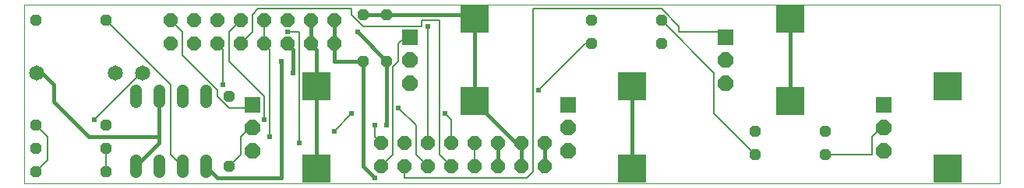
<source format=gtl>
G75*
%MOIN*%
%OFA0B0*%
%FSLAX24Y24*%
%IPPOS*%
%LPD*%
%AMOC8*
5,1,8,0,0,1.08239X$1,22.5*
%
%ADD10C,0.0000*%
%ADD11C,0.0650*%
%ADD12OC8,0.0600*%
%ADD13OC8,0.0480*%
%ADD14C,0.0500*%
%ADD15R,0.0660X0.0660*%
%ADD16OC8,0.0660*%
%ADD17R,0.1227X0.1227*%
%ADD18C,0.0160*%
%ADD19C,0.0240*%
%ADD20C,0.0080*%
D10*
X000100Y000668D02*
X000100Y008345D01*
X041832Y008345D01*
X041832Y000668D01*
X000100Y000668D01*
D11*
X000631Y005418D03*
X003978Y005418D03*
X005159Y005418D03*
D12*
X006350Y006668D03*
X007350Y006668D03*
X008350Y006668D03*
X009350Y006668D03*
X010350Y006668D03*
X011350Y006668D03*
X012350Y006668D03*
X013350Y006668D03*
X013350Y007668D03*
X012350Y007668D03*
X011350Y007668D03*
X010350Y007668D03*
X009350Y007668D03*
X008350Y007668D03*
X007350Y007668D03*
X006350Y007668D03*
X015350Y002418D03*
X016350Y002418D03*
X017350Y002418D03*
X018350Y002418D03*
X019350Y002418D03*
X020350Y002418D03*
X021350Y002418D03*
X022350Y002418D03*
X022350Y001418D03*
X021350Y001418D03*
X020350Y001418D03*
X019350Y001418D03*
X018350Y001418D03*
X017350Y001418D03*
X016350Y001418D03*
X015350Y001418D03*
D13*
X008850Y001418D03*
X003600Y001168D03*
X000600Y001168D03*
X000600Y002168D03*
X003600Y002168D03*
X003600Y003168D03*
X000600Y003168D03*
X008850Y004418D03*
X014600Y005918D03*
X015600Y005918D03*
X024350Y006668D03*
X027350Y006668D03*
X027350Y007668D03*
X024350Y007668D03*
X015600Y007918D03*
X014600Y007918D03*
X003600Y007668D03*
X000600Y007668D03*
X031350Y002918D03*
X034350Y002918D03*
X034350Y001918D03*
X031350Y001918D03*
D14*
X007850Y001668D02*
X007850Y001168D01*
X006850Y001168D02*
X006850Y001668D01*
X005850Y001668D02*
X005850Y001168D01*
X004850Y001168D02*
X004850Y001668D01*
X004850Y004168D02*
X004850Y004668D01*
X005850Y004668D02*
X005850Y004168D01*
X006850Y004168D02*
X006850Y004668D01*
X007850Y004668D02*
X007850Y004168D01*
D15*
X009844Y004052D03*
X016594Y006952D03*
X023344Y004052D03*
X030094Y006952D03*
X036844Y004052D03*
D16*
X036844Y003068D03*
X036844Y002083D03*
X030094Y004983D03*
X030094Y005968D03*
X023344Y003068D03*
X023344Y002083D03*
X016594Y004983D03*
X016594Y005968D03*
X009844Y003068D03*
X009844Y002083D03*
D17*
X012600Y001296D03*
X019350Y004196D03*
X012600Y004839D03*
X019350Y007739D03*
X026100Y004839D03*
X032850Y004196D03*
X039600Y004839D03*
X032850Y007739D03*
X026100Y001296D03*
X039600Y001296D03*
D18*
X032850Y004196D02*
X032850Y007739D01*
X026100Y004839D02*
X026100Y001296D01*
X022350Y001418D02*
X022350Y002418D01*
X021350Y002418D02*
X021350Y002168D01*
X019350Y004168D01*
X019350Y004196D01*
X019350Y007739D01*
X019350Y007918D01*
X015600Y007918D01*
X014600Y007918D01*
X013350Y007668D02*
X013350Y006668D01*
X013350Y005918D01*
X014600Y005918D01*
X014600Y001418D01*
X015100Y000918D01*
X012600Y001296D02*
X012600Y004839D01*
X012600Y006418D01*
X012350Y006668D01*
X012350Y007668D01*
X014350Y007168D02*
X015600Y005918D01*
X015600Y003168D01*
X020350Y002418D02*
X020350Y001418D01*
X021350Y001418D02*
X021350Y002168D01*
X011100Y000918D02*
X011100Y005918D01*
X011600Y006418D02*
X011600Y005418D01*
X011600Y006418D02*
X011350Y006668D01*
X001350Y004918D02*
X001350Y004168D01*
X002850Y002668D01*
X005850Y002668D01*
X005850Y002418D01*
X004850Y001418D01*
X007850Y001418D02*
X008350Y000918D01*
X011100Y000918D01*
X005850Y002668D02*
X005850Y004418D01*
X001350Y004918D02*
X000850Y005418D01*
X000631Y005418D01*
D19*
X008600Y004918D03*
X011600Y005418D03*
X011100Y005918D03*
X011350Y007168D03*
X014350Y007168D03*
X017350Y007418D03*
X022100Y004668D03*
X018100Y003668D03*
X016100Y003918D03*
X014100Y003668D03*
X015100Y003168D03*
X015600Y003168D03*
X013350Y002918D03*
X011850Y002418D03*
X010600Y002668D03*
X010350Y003418D03*
X003100Y003418D03*
X015100Y000918D03*
D20*
X016350Y000918D02*
X016350Y001418D01*
X015850Y001918D02*
X015350Y001418D01*
X016350Y000918D02*
X021600Y000918D01*
X021850Y001168D01*
X021850Y008168D01*
X027350Y008168D01*
X028100Y007418D01*
X028100Y007168D01*
X029850Y007168D01*
X030094Y006952D01*
X029600Y005418D02*
X027350Y007668D01*
X024350Y006668D02*
X024100Y006668D01*
X022100Y004668D01*
X018350Y003418D02*
X018100Y003668D01*
X018350Y003418D02*
X018350Y002418D01*
X017350Y002418D02*
X017350Y007418D01*
X017100Y007418D02*
X017100Y007668D01*
X017850Y007668D01*
X017850Y001918D01*
X018350Y001418D01*
X017350Y001418D02*
X016850Y001918D01*
X016850Y003168D01*
X016100Y003918D01*
X014100Y003668D02*
X013350Y002918D01*
X015100Y003168D02*
X015100Y002668D01*
X015350Y002418D01*
X015850Y001918D02*
X015850Y005668D01*
X016100Y005918D01*
X016100Y006668D01*
X016350Y006918D01*
X016594Y006952D01*
X017100Y007418D02*
X014600Y007418D01*
X014100Y007918D01*
X014100Y008168D01*
X010100Y008168D01*
X009850Y007918D01*
X009850Y007168D01*
X009350Y006668D01*
X010350Y006668D02*
X010600Y006418D01*
X010600Y002668D01*
X009844Y003068D02*
X009600Y002918D01*
X009350Y002668D01*
X009350Y001918D01*
X008850Y001418D01*
X006850Y001418D02*
X006350Y001918D01*
X006350Y004918D01*
X003600Y007668D01*
X006350Y007668D02*
X006850Y007168D01*
X006850Y006168D01*
X008350Y004668D01*
X008350Y004418D01*
X008850Y003918D01*
X009600Y003918D01*
X009844Y004052D01*
X010350Y004418D02*
X010350Y003418D01*
X010350Y004418D02*
X008850Y005918D01*
X008850Y007168D01*
X009350Y007668D01*
X010350Y007668D02*
X010350Y006668D01*
X008600Y006418D02*
X008600Y004918D01*
X005159Y005418D02*
X005100Y005418D01*
X003100Y003418D01*
X001100Y002668D02*
X000600Y003168D01*
X001100Y002668D02*
X001100Y001668D01*
X000600Y001168D01*
X003600Y001168D02*
X003600Y002168D01*
X011850Y002418D02*
X011850Y007168D01*
X011350Y007168D01*
X008600Y006418D02*
X008350Y006668D01*
X019350Y002418D02*
X019350Y001418D01*
X029600Y003668D02*
X031350Y001918D01*
X034350Y001918D02*
X036350Y001918D01*
X036350Y002668D01*
X036600Y002918D01*
X036844Y003068D01*
X029600Y003668D02*
X029600Y005418D01*
M02*

</source>
